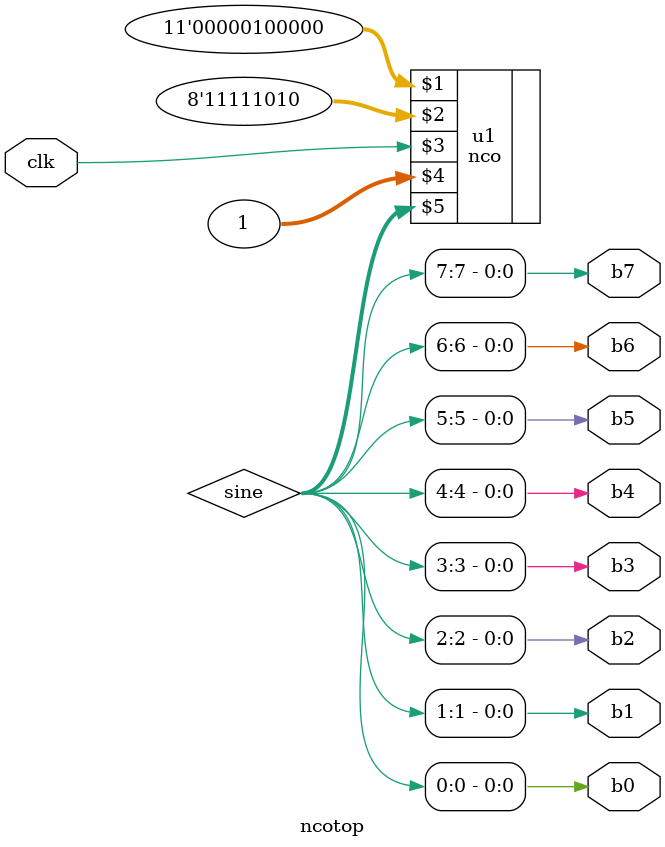
<source format=v>
module ncotop(
    input clk,
    output b0,b1,b2,b3,b4,b5,b6,b7,
);
reg[7:0] sine;
//nco u1 (32'b00000001000000000000000000000000,1,clk,sine,cosine,update,truncate);
nco u1 (11'd32,8'd250,clk,1,sine);
assign b0 = sine[0];
assign b1 = sine[1];
assign b2 = sine[2];
assign b3 = sine[3];
assign b4 = sine[4];
assign b5 = sine[5];
assign b6 = sine[6];
assign b7 = sine[7];
//assign update = update;
//assign truncate = truncate;
endmodule // ncotop
</source>
